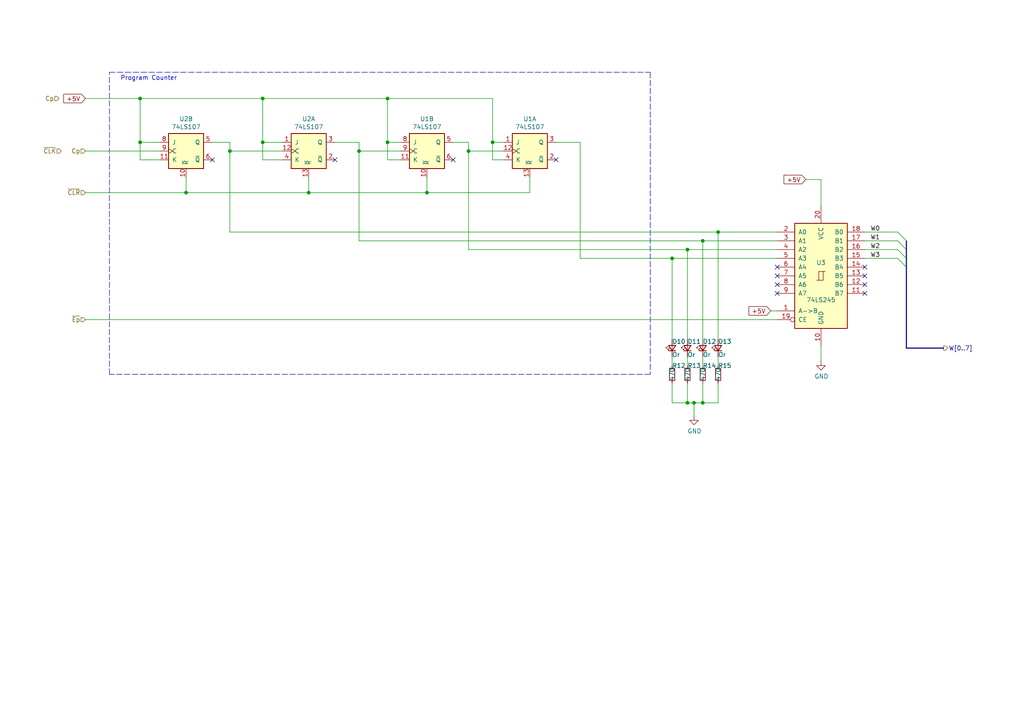
<source format=kicad_sch>
(kicad_sch (version 20211123) (generator eeschema)

  (uuid c234fb00-82ae-4abf-a44e-b3dac3c27df0)

  (paper "A4")

  (lib_symbols
    (symbol "74xx:74LS107" (pin_names (offset 1.016)) (in_bom yes) (on_board yes)
      (property "Reference" "U" (id 0) (at -7.62 8.89 0)
        (effects (font (size 1.27 1.27)))
      )
      (property "Value" "74LS107" (id 1) (at -7.62 -8.89 0)
        (effects (font (size 1.27 1.27)))
      )
      (property "Footprint" "" (id 2) (at 0 0 0)
        (effects (font (size 1.27 1.27)) hide)
      )
      (property "Datasheet" "http://www.ti.com/lit/gpn/sn74LS107" (id 3) (at 0 0 0)
        (effects (font (size 1.27 1.27)) hide)
      )
      (property "ki_locked" "" (id 4) (at 0 0 0)
        (effects (font (size 1.27 1.27)))
      )
      (property "ki_keywords" "TTL JK" (id 5) (at 0 0 0)
        (effects (font (size 1.27 1.27)) hide)
      )
      (property "ki_description" "Dual JK Flip-Flop, reset" (id 6) (at 0 0 0)
        (effects (font (size 1.27 1.27)) hide)
      )
      (property "ki_fp_filters" "DIP*W7.62mm*" (id 7) (at 0 0 0)
        (effects (font (size 1.27 1.27)) hide)
      )
      (symbol "74LS107_1_0"
        (pin input line (at -7.62 2.54 0) (length 2.54)
          (name "J" (effects (font (size 1.27 1.27))))
          (number "1" (effects (font (size 1.27 1.27))))
        )
        (pin input clock (at -7.62 0 0) (length 2.54)
          (name "C" (effects (font (size 1.27 1.27))))
          (number "12" (effects (font (size 1.27 1.27))))
        )
        (pin input line (at 0 -7.62 90) (length 2.54)
          (name "~{R}" (effects (font (size 1.27 1.27))))
          (number "13" (effects (font (size 1.27 1.27))))
        )
        (pin output line (at 7.62 -2.54 180) (length 2.54)
          (name "~{Q}" (effects (font (size 1.27 1.27))))
          (number "2" (effects (font (size 1.27 1.27))))
        )
        (pin output line (at 7.62 2.54 180) (length 2.54)
          (name "Q" (effects (font (size 1.27 1.27))))
          (number "3" (effects (font (size 1.27 1.27))))
        )
        (pin input line (at -7.62 -2.54 0) (length 2.54)
          (name "K" (effects (font (size 1.27 1.27))))
          (number "4" (effects (font (size 1.27 1.27))))
        )
      )
      (symbol "74LS107_1_1"
        (rectangle (start -5.08 5.08) (end 5.08 -5.08)
          (stroke (width 0.254) (type default) (color 0 0 0 0))
          (fill (type background))
        )
      )
      (symbol "74LS107_2_0"
        (pin input line (at 0 -7.62 90) (length 2.54)
          (name "~{R}" (effects (font (size 1.27 1.27))))
          (number "10" (effects (font (size 1.27 1.27))))
        )
        (pin input line (at -7.62 -2.54 0) (length 2.54)
          (name "K" (effects (font (size 1.27 1.27))))
          (number "11" (effects (font (size 1.27 1.27))))
        )
        (pin output line (at 7.62 2.54 180) (length 2.54)
          (name "Q" (effects (font (size 1.27 1.27))))
          (number "5" (effects (font (size 1.27 1.27))))
        )
        (pin output line (at 7.62 -2.54 180) (length 2.54)
          (name "~{Q}" (effects (font (size 1.27 1.27))))
          (number "6" (effects (font (size 1.27 1.27))))
        )
        (pin input line (at -7.62 2.54 0) (length 2.54)
          (name "J" (effects (font (size 1.27 1.27))))
          (number "8" (effects (font (size 1.27 1.27))))
        )
        (pin input clock (at -7.62 0 0) (length 2.54)
          (name "C" (effects (font (size 1.27 1.27))))
          (number "9" (effects (font (size 1.27 1.27))))
        )
      )
      (symbol "74LS107_2_1"
        (rectangle (start -5.08 5.08) (end 5.08 -5.08)
          (stroke (width 0.254) (type default) (color 0 0 0 0))
          (fill (type background))
        )
      )
      (symbol "74LS107_3_0"
        (pin power_in line (at 0 10.16 270) (length 2.54)
          (name "VCC" (effects (font (size 1.27 1.27))))
          (number "14" (effects (font (size 1.27 1.27))))
        )
        (pin power_in line (at 0 -10.16 90) (length 2.54)
          (name "GND" (effects (font (size 1.27 1.27))))
          (number "7" (effects (font (size 1.27 1.27))))
        )
      )
      (symbol "74LS107_3_1"
        (rectangle (start -5.08 7.62) (end 5.08 -7.62)
          (stroke (width 0.254) (type default) (color 0 0 0 0))
          (fill (type background))
        )
      )
    )
    (symbol "74xx:74LS245" (pin_names (offset 1.016)) (in_bom yes) (on_board yes)
      (property "Reference" "U" (id 0) (at -7.62 16.51 0)
        (effects (font (size 1.27 1.27)))
      )
      (property "Value" "74LS245" (id 1) (at -7.62 -16.51 0)
        (effects (font (size 1.27 1.27)))
      )
      (property "Footprint" "" (id 2) (at 0 0 0)
        (effects (font (size 1.27 1.27)) hide)
      )
      (property "Datasheet" "http://www.ti.com/lit/gpn/sn74LS245" (id 3) (at 0 0 0)
        (effects (font (size 1.27 1.27)) hide)
      )
      (property "ki_locked" "" (id 4) (at 0 0 0)
        (effects (font (size 1.27 1.27)))
      )
      (property "ki_keywords" "TTL BUS 3State" (id 5) (at 0 0 0)
        (effects (font (size 1.27 1.27)) hide)
      )
      (property "ki_description" "Octal BUS Transceivers, 3-State outputs" (id 6) (at 0 0 0)
        (effects (font (size 1.27 1.27)) hide)
      )
      (property "ki_fp_filters" "DIP?20*" (id 7) (at 0 0 0)
        (effects (font (size 1.27 1.27)) hide)
      )
      (symbol "74LS245_1_0"
        (polyline
          (pts
            (xy -0.635 -1.27)
            (xy -0.635 1.27)
            (xy 0.635 1.27)
          )
          (stroke (width 0) (type default) (color 0 0 0 0))
          (fill (type none))
        )
        (polyline
          (pts
            (xy -1.27 -1.27)
            (xy 0.635 -1.27)
            (xy 0.635 1.27)
            (xy 1.27 1.27)
          )
          (stroke (width 0) (type default) (color 0 0 0 0))
          (fill (type none))
        )
        (pin input line (at -12.7 -10.16 0) (length 5.08)
          (name "A->B" (effects (font (size 1.27 1.27))))
          (number "1" (effects (font (size 1.27 1.27))))
        )
        (pin power_in line (at 0 -20.32 90) (length 5.08)
          (name "GND" (effects (font (size 1.27 1.27))))
          (number "10" (effects (font (size 1.27 1.27))))
        )
        (pin tri_state line (at 12.7 -5.08 180) (length 5.08)
          (name "B7" (effects (font (size 1.27 1.27))))
          (number "11" (effects (font (size 1.27 1.27))))
        )
        (pin tri_state line (at 12.7 -2.54 180) (length 5.08)
          (name "B6" (effects (font (size 1.27 1.27))))
          (number "12" (effects (font (size 1.27 1.27))))
        )
        (pin tri_state line (at 12.7 0 180) (length 5.08)
          (name "B5" (effects (font (size 1.27 1.27))))
          (number "13" (effects (font (size 1.27 1.27))))
        )
        (pin tri_state line (at 12.7 2.54 180) (length 5.08)
          (name "B4" (effects (font (size 1.27 1.27))))
          (number "14" (effects (font (size 1.27 1.27))))
        )
        (pin tri_state line (at 12.7 5.08 180) (length 5.08)
          (name "B3" (effects (font (size 1.27 1.27))))
          (number "15" (effects (font (size 1.27 1.27))))
        )
        (pin tri_state line (at 12.7 7.62 180) (length 5.08)
          (name "B2" (effects (font (size 1.27 1.27))))
          (number "16" (effects (font (size 1.27 1.27))))
        )
        (pin tri_state line (at 12.7 10.16 180) (length 5.08)
          (name "B1" (effects (font (size 1.27 1.27))))
          (number "17" (effects (font (size 1.27 1.27))))
        )
        (pin tri_state line (at 12.7 12.7 180) (length 5.08)
          (name "B0" (effects (font (size 1.27 1.27))))
          (number "18" (effects (font (size 1.27 1.27))))
        )
        (pin input inverted (at -12.7 -12.7 0) (length 5.08)
          (name "CE" (effects (font (size 1.27 1.27))))
          (number "19" (effects (font (size 1.27 1.27))))
        )
        (pin tri_state line (at -12.7 12.7 0) (length 5.08)
          (name "A0" (effects (font (size 1.27 1.27))))
          (number "2" (effects (font (size 1.27 1.27))))
        )
        (pin power_in line (at 0 20.32 270) (length 5.08)
          (name "VCC" (effects (font (size 1.27 1.27))))
          (number "20" (effects (font (size 1.27 1.27))))
        )
        (pin tri_state line (at -12.7 10.16 0) (length 5.08)
          (name "A1" (effects (font (size 1.27 1.27))))
          (number "3" (effects (font (size 1.27 1.27))))
        )
        (pin tri_state line (at -12.7 7.62 0) (length 5.08)
          (name "A2" (effects (font (size 1.27 1.27))))
          (number "4" (effects (font (size 1.27 1.27))))
        )
        (pin tri_state line (at -12.7 5.08 0) (length 5.08)
          (name "A3" (effects (font (size 1.27 1.27))))
          (number "5" (effects (font (size 1.27 1.27))))
        )
        (pin tri_state line (at -12.7 2.54 0) (length 5.08)
          (name "A4" (effects (font (size 1.27 1.27))))
          (number "6" (effects (font (size 1.27 1.27))))
        )
        (pin tri_state line (at -12.7 0 0) (length 5.08)
          (name "A5" (effects (font (size 1.27 1.27))))
          (number "7" (effects (font (size 1.27 1.27))))
        )
        (pin tri_state line (at -12.7 -2.54 0) (length 5.08)
          (name "A6" (effects (font (size 1.27 1.27))))
          (number "8" (effects (font (size 1.27 1.27))))
        )
        (pin tri_state line (at -12.7 -5.08 0) (length 5.08)
          (name "A7" (effects (font (size 1.27 1.27))))
          (number "9" (effects (font (size 1.27 1.27))))
        )
      )
      (symbol "74LS245_1_1"
        (rectangle (start -7.62 15.24) (end 7.62 -15.24)
          (stroke (width 0.254) (type default) (color 0 0 0 0))
          (fill (type background))
        )
      )
    )
    (symbol "Device:LED_Small" (pin_numbers hide) (pin_names (offset 0.254) hide) (in_bom yes) (on_board yes)
      (property "Reference" "D" (id 0) (at -1.27 3.175 0)
        (effects (font (size 1.27 1.27)) (justify left))
      )
      (property "Value" "LED_Small" (id 1) (at -4.445 -2.54 0)
        (effects (font (size 1.27 1.27)) (justify left))
      )
      (property "Footprint" "" (id 2) (at 0 0 90)
        (effects (font (size 1.27 1.27)) hide)
      )
      (property "Datasheet" "~" (id 3) (at 0 0 90)
        (effects (font (size 1.27 1.27)) hide)
      )
      (property "ki_keywords" "LED diode light-emitting-diode" (id 4) (at 0 0 0)
        (effects (font (size 1.27 1.27)) hide)
      )
      (property "ki_description" "Light emitting diode, small symbol" (id 5) (at 0 0 0)
        (effects (font (size 1.27 1.27)) hide)
      )
      (property "ki_fp_filters" "LED* LED_SMD:* LED_THT:*" (id 6) (at 0 0 0)
        (effects (font (size 1.27 1.27)) hide)
      )
      (symbol "LED_Small_0_1"
        (polyline
          (pts
            (xy -0.762 -1.016)
            (xy -0.762 1.016)
          )
          (stroke (width 0.254) (type default) (color 0 0 0 0))
          (fill (type none))
        )
        (polyline
          (pts
            (xy 1.016 0)
            (xy -0.762 0)
          )
          (stroke (width 0) (type default) (color 0 0 0 0))
          (fill (type none))
        )
        (polyline
          (pts
            (xy 0.762 -1.016)
            (xy -0.762 0)
            (xy 0.762 1.016)
            (xy 0.762 -1.016)
          )
          (stroke (width 0.254) (type default) (color 0 0 0 0))
          (fill (type none))
        )
        (polyline
          (pts
            (xy 0 0.762)
            (xy -0.508 1.27)
            (xy -0.254 1.27)
            (xy -0.508 1.27)
            (xy -0.508 1.016)
          )
          (stroke (width 0) (type default) (color 0 0 0 0))
          (fill (type none))
        )
        (polyline
          (pts
            (xy 0.508 1.27)
            (xy 0 1.778)
            (xy 0.254 1.778)
            (xy 0 1.778)
            (xy 0 1.524)
          )
          (stroke (width 0) (type default) (color 0 0 0 0))
          (fill (type none))
        )
      )
      (symbol "LED_Small_1_1"
        (pin passive line (at -2.54 0 0) (length 1.778)
          (name "K" (effects (font (size 1.27 1.27))))
          (number "1" (effects (font (size 1.27 1.27))))
        )
        (pin passive line (at 2.54 0 180) (length 1.778)
          (name "A" (effects (font (size 1.27 1.27))))
          (number "2" (effects (font (size 1.27 1.27))))
        )
      )
    )
    (symbol "Device:R_Small" (pin_numbers hide) (pin_names (offset 0.254) hide) (in_bom yes) (on_board yes)
      (property "Reference" "R" (id 0) (at 0.762 0.508 0)
        (effects (font (size 1.27 1.27)) (justify left))
      )
      (property "Value" "R_Small" (id 1) (at 0.762 -1.016 0)
        (effects (font (size 1.27 1.27)) (justify left))
      )
      (property "Footprint" "" (id 2) (at 0 0 0)
        (effects (font (size 1.27 1.27)) hide)
      )
      (property "Datasheet" "~" (id 3) (at 0 0 0)
        (effects (font (size 1.27 1.27)) hide)
      )
      (property "ki_keywords" "R resistor" (id 4) (at 0 0 0)
        (effects (font (size 1.27 1.27)) hide)
      )
      (property "ki_description" "Resistor, small symbol" (id 5) (at 0 0 0)
        (effects (font (size 1.27 1.27)) hide)
      )
      (property "ki_fp_filters" "R_*" (id 6) (at 0 0 0)
        (effects (font (size 1.27 1.27)) hide)
      )
      (symbol "R_Small_0_1"
        (rectangle (start -0.762 1.778) (end 0.762 -1.778)
          (stroke (width 0.2032) (type default) (color 0 0 0 0))
          (fill (type none))
        )
      )
      (symbol "R_Small_1_1"
        (pin passive line (at 0 2.54 270) (length 0.762)
          (name "~" (effects (font (size 1.27 1.27))))
          (number "1" (effects (font (size 1.27 1.27))))
        )
        (pin passive line (at 0 -2.54 90) (length 0.762)
          (name "~" (effects (font (size 1.27 1.27))))
          (number "2" (effects (font (size 1.27 1.27))))
        )
      )
    )
    (symbol "power:GND" (power) (pin_names (offset 0)) (in_bom yes) (on_board yes)
      (property "Reference" "#PWR" (id 0) (at 0 -6.35 0)
        (effects (font (size 1.27 1.27)) hide)
      )
      (property "Value" "GND" (id 1) (at 0 -3.81 0)
        (effects (font (size 1.27 1.27)))
      )
      (property "Footprint" "" (id 2) (at 0 0 0)
        (effects (font (size 1.27 1.27)) hide)
      )
      (property "Datasheet" "" (id 3) (at 0 0 0)
        (effects (font (size 1.27 1.27)) hide)
      )
      (property "ki_keywords" "power-flag" (id 4) (at 0 0 0)
        (effects (font (size 1.27 1.27)) hide)
      )
      (property "ki_description" "Power symbol creates a global label with name \"GND\" , ground" (id 5) (at 0 0 0)
        (effects (font (size 1.27 1.27)) hide)
      )
      (symbol "GND_0_1"
        (polyline
          (pts
            (xy 0 0)
            (xy 0 -1.27)
            (xy 1.27 -1.27)
            (xy 0 -2.54)
            (xy -1.27 -1.27)
            (xy 0 -1.27)
          )
          (stroke (width 0) (type default) (color 0 0 0 0))
          (fill (type none))
        )
      )
      (symbol "GND_1_1"
        (pin power_in line (at 0 0 270) (length 0) hide
          (name "GND" (effects (font (size 1.27 1.27))))
          (number "1" (effects (font (size 1.27 1.27))))
        )
      )
    )
  )

  (junction (at 104.14 43.815) (diameter 0) (color 0 0 0 0)
    (uuid 01b45e74-6380-4d5f-bdf3-7809a6937a92)
  )
  (junction (at 40.64 28.575) (diameter 0) (color 0 0 0 0)
    (uuid 0a7d449d-67af-45b7-be58-537ea29f930f)
  )
  (junction (at 40.64 41.275) (diameter 0) (color 0 0 0 0)
    (uuid 1fbe902b-9fb6-489e-adeb-afa5e87a0230)
  )
  (junction (at 66.675 43.815) (diameter 0) (color 0 0 0 0)
    (uuid 2e554665-52b4-4dd3-9467-1fb1bc006635)
  )
  (junction (at 53.975 55.88) (diameter 0) (color 0 0 0 0)
    (uuid 35dd49c1-2e8c-439a-af35-62c0bbb95f7c)
  )
  (junction (at 76.2 41.275) (diameter 0) (color 0 0 0 0)
    (uuid 3c2a7910-8512-4f34-8ecc-7dd02450c79f)
  )
  (junction (at 89.535 55.88) (diameter 0) (color 0 0 0 0)
    (uuid 4afc42bd-ab3f-4845-93de-d65f018d6f11)
  )
  (junction (at 203.835 69.85) (diameter 0) (color 0 0 0 0)
    (uuid 5667dfb3-cd24-4977-bc51-c8c9ea9f2b23)
  )
  (junction (at 123.825 55.88) (diameter 0) (color 0 0 0 0)
    (uuid 5bb8e9cc-3329-4b42-80c0-b61ff18b7973)
  )
  (junction (at 76.2 28.575) (diameter 0) (color 0 0 0 0)
    (uuid 64ff2ccd-036e-4684-a0fe-ca4a454b5656)
  )
  (junction (at 194.945 74.93) (diameter 0) (color 0 0 0 0)
    (uuid 7331d8d5-d47d-46cd-add2-bb2f9c11ce75)
  )
  (junction (at 201.295 116.84) (diameter 0) (color 0 0 0 0)
    (uuid 939dee61-72d5-46f3-abcf-e58e196031fd)
  )
  (junction (at 199.39 116.84) (diameter 0) (color 0 0 0 0)
    (uuid aafe1c00-a99a-407c-ae1f-9e56a3c2cafe)
  )
  (junction (at 142.875 41.275) (diameter 0) (color 0 0 0 0)
    (uuid abe90413-abb6-4e84-b1e6-8669031704a6)
  )
  (junction (at 135.89 43.815) (diameter 0) (color 0 0 0 0)
    (uuid cce9aa58-6ad3-40e6-b91c-1723d59ed56a)
  )
  (junction (at 112.395 28.575) (diameter 0) (color 0 0 0 0)
    (uuid dd6257d6-fcc5-42b3-b49d-1666cd7d3d3a)
  )
  (junction (at 203.835 116.84) (diameter 0) (color 0 0 0 0)
    (uuid e23b3cf1-eade-4ad7-b908-db044c799d41)
  )
  (junction (at 208.28 67.31) (diameter 0) (color 0 0 0 0)
    (uuid e3716e7c-b0a0-4d4e-a59a-27ad6a3f7c3d)
  )
  (junction (at 112.395 41.275) (diameter 0) (color 0 0 0 0)
    (uuid f1da1d27-530d-434f-a425-508bf14f87e0)
  )
  (junction (at 199.39 72.39) (diameter 0) (color 0 0 0 0)
    (uuid fdd885d0-72d8-424b-a252-e5e027fe6b47)
  )

  (no_connect (at 225.425 80.01) (uuid 052302d3-ed66-4d71-9d1c-44bdeab9f91d))
  (no_connect (at 250.825 85.09) (uuid 0b7c1dd2-4b10-40de-8bc4-ce5b682b7fa6))
  (no_connect (at 131.445 46.355) (uuid 14afaf9e-8d10-440d-b137-75a5f5b9661a))
  (no_connect (at 250.825 77.47) (uuid 2b2ed32f-a4c4-404b-aa42-c479f4639713))
  (no_connect (at 225.425 85.09) (uuid 852b82ce-9f1a-47b5-bff7-1c184339c5ae))
  (no_connect (at 97.155 46.355) (uuid 88810534-6258-441f-b881-772270709a10))
  (no_connect (at 61.595 46.355) (uuid a0e27788-ff76-4893-bd6b-39b2e1ff1ecf))
  (no_connect (at 225.425 82.55) (uuid b942c37c-1811-4924-b3bc-5ca80773eab2))
  (no_connect (at 250.825 82.55) (uuid bc78d631-9e21-427f-9390-ce8ce1eaf19c))
  (no_connect (at 225.425 77.47) (uuid c8c98966-b754-44da-8178-cb97bc84253a))
  (no_connect (at 250.825 80.01) (uuid df055936-2b6b-4906-9c38-7e32e0e0cccf))
  (no_connect (at 161.29 46.355) (uuid fc3dbb14-6db3-48a0-a738-cce01554ad7f))

  (bus_entry (at 260.35 72.39) (size 2.54 2.54)
    (stroke (width 0) (type default) (color 0 0 0 0))
    (uuid 547dd1f0-7ca2-45d5-99c0-ac22818f5cb4)
  )
  (bus_entry (at 260.35 69.85) (size 2.54 2.54)
    (stroke (width 0) (type default) (color 0 0 0 0))
    (uuid 6373f1e4-8f49-4f37-9851-b678689747cc)
  )
  (bus_entry (at 260.35 74.93) (size 2.54 2.54)
    (stroke (width 0) (type default) (color 0 0 0 0))
    (uuid cc4aa969-94b5-4803-bf49-f046295eaa0f)
  )
  (bus_entry (at 260.35 67.31) (size 2.54 2.54)
    (stroke (width 0) (type default) (color 0 0 0 0))
    (uuid e0d9c968-72c0-4163-9efc-0ca9fc340512)
  )

  (polyline (pts (xy 31.75 20.955) (xy 188.595 20.955))
    (stroke (width 0) (type default) (color 0 0 0 0))
    (uuid 06d6b10b-f2a0-4360-bdb6-1b4ed86d78ef)
  )

  (wire (pts (xy 40.64 28.575) (xy 76.2 28.575))
    (stroke (width 0) (type default) (color 0 0 0 0))
    (uuid 0795df36-655b-4900-87b4-2b2987da2905)
  )
  (wire (pts (xy 199.39 116.84) (xy 201.295 116.84))
    (stroke (width 0) (type default) (color 0 0 0 0))
    (uuid 0a1b19bd-cf04-4e2b-9561-a48d8b4494f0)
  )
  (wire (pts (xy 201.295 116.84) (xy 201.295 120.65))
    (stroke (width 0) (type default) (color 0 0 0 0))
    (uuid 0b73407d-2315-489d-9a8f-f9857663d9b8)
  )
  (wire (pts (xy 233.68 52.07) (xy 238.125 52.07))
    (stroke (width 0) (type default) (color 0 0 0 0))
    (uuid 0cc7a0ac-7aaa-4274-a4ca-3a62822befc8)
  )
  (wire (pts (xy 142.875 46.355) (xy 142.875 41.275))
    (stroke (width 0) (type default) (color 0 0 0 0))
    (uuid 13cd757b-92aa-48a6-ac19-9111d788d0ce)
  )
  (wire (pts (xy 153.67 51.435) (xy 153.67 55.88))
    (stroke (width 0) (type default) (color 0 0 0 0))
    (uuid 143fc983-431c-4b7f-9994-781798e689c9)
  )
  (wire (pts (xy 76.2 28.575) (xy 112.395 28.575))
    (stroke (width 0) (type default) (color 0 0 0 0))
    (uuid 1496b42b-ebcd-4dd3-8650-81fc6aeb23af)
  )
  (wire (pts (xy 146.05 46.355) (xy 142.875 46.355))
    (stroke (width 0) (type default) (color 0 0 0 0))
    (uuid 1922c1f0-c7c4-48d9-9e03-cbb36f1922e8)
  )
  (wire (pts (xy 66.675 43.815) (xy 81.915 43.815))
    (stroke (width 0) (type default) (color 0 0 0 0))
    (uuid 1e42ac00-5371-47f5-8525-da95913322c4)
  )
  (wire (pts (xy 40.64 41.275) (xy 40.64 28.575))
    (stroke (width 0) (type default) (color 0 0 0 0))
    (uuid 20fbee13-8d0f-4473-911b-12b71ecc86c3)
  )
  (wire (pts (xy 203.835 111.125) (xy 203.835 116.84))
    (stroke (width 0) (type default) (color 0 0 0 0))
    (uuid 2270c743-7c6a-492d-99a8-ec933fa1dfce)
  )
  (wire (pts (xy 123.825 51.435) (xy 123.825 55.88))
    (stroke (width 0) (type default) (color 0 0 0 0))
    (uuid 24eee3b6-acfe-41c6-82d9-93b93b9754b8)
  )
  (wire (pts (xy 203.835 69.85) (xy 203.835 98.425))
    (stroke (width 0) (type default) (color 0 0 0 0))
    (uuid 2b789b9d-b51f-4797-bb4f-f9d486515e42)
  )
  (wire (pts (xy 112.395 28.575) (xy 142.875 28.575))
    (stroke (width 0) (type default) (color 0 0 0 0))
    (uuid 3072f2da-33e5-4c54-ba69-f605761cdba1)
  )
  (wire (pts (xy 97.155 41.275) (xy 104.14 41.275))
    (stroke (width 0) (type default) (color 0 0 0 0))
    (uuid 3438f3e3-5a67-4dfb-8196-d29b8646e171)
  )
  (wire (pts (xy 194.945 74.93) (xy 225.425 74.93))
    (stroke (width 0) (type default) (color 0 0 0 0))
    (uuid 348949a9-a736-4bb2-be8c-214f0c05f33c)
  )
  (wire (pts (xy 225.425 92.71) (xy 24.765 92.71))
    (stroke (width 0) (type default) (color 0 0 0 0))
    (uuid 3830ad9a-f5a3-44f9-893f-6fa9bb325610)
  )
  (wire (pts (xy 201.295 116.84) (xy 203.835 116.84))
    (stroke (width 0) (type default) (color 0 0 0 0))
    (uuid 3aa58125-8d84-42a0-b6f9-0dde4f7eb718)
  )
  (wire (pts (xy 61.595 41.275) (xy 66.675 41.275))
    (stroke (width 0) (type default) (color 0 0 0 0))
    (uuid 3b06e8d5-b17c-4423-b76e-9416fa08cb96)
  )
  (wire (pts (xy 161.29 41.275) (xy 168.275 41.275))
    (stroke (width 0) (type default) (color 0 0 0 0))
    (uuid 3ca305af-c9b5-459d-bb3e-6040c9da05fd)
  )
  (wire (pts (xy 135.89 41.275) (xy 135.89 43.815))
    (stroke (width 0) (type default) (color 0 0 0 0))
    (uuid 3cfa4cdd-5abe-4b03-94a1-325ad2fb3d79)
  )
  (wire (pts (xy 208.28 67.31) (xy 225.425 67.31))
    (stroke (width 0) (type default) (color 0 0 0 0))
    (uuid 3d6acc1c-03c7-465b-94d9-f1536816e94a)
  )
  (wire (pts (xy 223.52 90.17) (xy 225.425 90.17))
    (stroke (width 0) (type default) (color 0 0 0 0))
    (uuid 400d12cb-c810-417c-a7b3-46e598797738)
  )
  (wire (pts (xy 199.39 98.425) (xy 199.39 72.39))
    (stroke (width 0) (type default) (color 0 0 0 0))
    (uuid 42116a12-7f99-4c7f-b3eb-581e5237eed1)
  )
  (wire (pts (xy 24.765 43.815) (xy 46.355 43.815))
    (stroke (width 0) (type default) (color 0 0 0 0))
    (uuid 488f2ab6-c9ec-4a82-bbda-25c558a4dddb)
  )
  (wire (pts (xy 46.355 41.275) (xy 40.64 41.275))
    (stroke (width 0) (type default) (color 0 0 0 0))
    (uuid 48a735d3-8aa9-4e50-a0b5-aeb86e9ae440)
  )
  (wire (pts (xy 76.2 46.355) (xy 76.2 41.275))
    (stroke (width 0) (type default) (color 0 0 0 0))
    (uuid 49e1fe66-33eb-476d-b2c5-e116b431bb48)
  )
  (wire (pts (xy 81.915 46.355) (xy 76.2 46.355))
    (stroke (width 0) (type default) (color 0 0 0 0))
    (uuid 4c29c753-4aac-4cf8-a4a0-94bcf6409077)
  )
  (wire (pts (xy 168.275 74.93) (xy 194.945 74.93))
    (stroke (width 0) (type default) (color 0 0 0 0))
    (uuid 52efb1c7-ff75-411e-8093-3fb2486f23d2)
  )
  (wire (pts (xy 112.395 41.275) (xy 112.395 28.575))
    (stroke (width 0) (type default) (color 0 0 0 0))
    (uuid 5657e3e8-b636-49ea-8a7e-50b904d05c63)
  )
  (wire (pts (xy 66.675 43.815) (xy 66.675 67.31))
    (stroke (width 0) (type default) (color 0 0 0 0))
    (uuid 5bcc44d7-6a5f-4294-a079-7980f4c4838c)
  )
  (wire (pts (xy 89.535 51.435) (xy 89.535 55.88))
    (stroke (width 0) (type default) (color 0 0 0 0))
    (uuid 5f3298b9-d786-406f-a1b9-05abcda40575)
  )
  (polyline (pts (xy 31.75 108.585) (xy 31.75 20.955))
    (stroke (width 0) (type default) (color 0 0 0 0))
    (uuid 60f87731-505c-4b38-83a9-261ad0776f37)
  )

  (wire (pts (xy 104.14 41.275) (xy 104.14 43.815))
    (stroke (width 0) (type default) (color 0 0 0 0))
    (uuid 614ad0ec-5335-4a2c-a494-6f6506be2de3)
  )
  (wire (pts (xy 116.205 41.275) (xy 112.395 41.275))
    (stroke (width 0) (type default) (color 0 0 0 0))
    (uuid 691104b4-8327-40b0-99cc-36f8b3b928a2)
  )
  (wire (pts (xy 123.825 55.88) (xy 153.67 55.88))
    (stroke (width 0) (type default) (color 0 0 0 0))
    (uuid 6a9e5a7f-4921-4bfc-9abf-2c291de207e7)
  )
  (wire (pts (xy 53.975 51.435) (xy 53.975 55.88))
    (stroke (width 0) (type default) (color 0 0 0 0))
    (uuid 72fa2a7a-3807-4d42-b5b9-dfc940336e61)
  )
  (wire (pts (xy 168.275 41.275) (xy 168.275 74.93))
    (stroke (width 0) (type default) (color 0 0 0 0))
    (uuid 7560093a-9bb8-4df2-aa3f-434af8f458e3)
  )
  (wire (pts (xy 250.825 72.39) (xy 260.35 72.39))
    (stroke (width 0) (type default) (color 0 0 0 0))
    (uuid 77c8bcff-37b9-461e-952e-5a75d7029b3c)
  )
  (wire (pts (xy 135.89 43.815) (xy 146.05 43.815))
    (stroke (width 0) (type default) (color 0 0 0 0))
    (uuid 796b7bd0-178f-4d51-9d56-5fb4e6faa626)
  )
  (wire (pts (xy 208.28 98.425) (xy 208.28 67.31))
    (stroke (width 0) (type default) (color 0 0 0 0))
    (uuid 7a4594f3-4d3f-45d7-b2ff-20d1f9d2d97d)
  )
  (wire (pts (xy 53.975 55.88) (xy 89.535 55.88))
    (stroke (width 0) (type default) (color 0 0 0 0))
    (uuid 7f8f813c-6297-4b87-86c9-e31fac8ce3b2)
  )
  (wire (pts (xy 66.675 67.31) (xy 208.28 67.31))
    (stroke (width 0) (type default) (color 0 0 0 0))
    (uuid 885c6e2f-b9f0-44f9-85ba-af70769bf4f0)
  )
  (wire (pts (xy 194.945 103.505) (xy 194.945 106.045))
    (stroke (width 0) (type default) (color 0 0 0 0))
    (uuid 8b7a545d-8caa-402e-a09e-eff1bb82126d)
  )
  (wire (pts (xy 66.675 41.275) (xy 66.675 43.815))
    (stroke (width 0) (type default) (color 0 0 0 0))
    (uuid 8cd5c4a0-3b04-4172-89c7-b668caeb3749)
  )
  (wire (pts (xy 199.39 111.125) (xy 199.39 116.84))
    (stroke (width 0) (type default) (color 0 0 0 0))
    (uuid 9263ca7c-444b-41b3-9d12-31bebcc0d552)
  )
  (wire (pts (xy 40.64 46.355) (xy 40.64 41.275))
    (stroke (width 0) (type default) (color 0 0 0 0))
    (uuid 96ef94de-5e0c-4e5d-af37-de0014aef61a)
  )
  (wire (pts (xy 116.205 46.355) (xy 112.395 46.355))
    (stroke (width 0) (type default) (color 0 0 0 0))
    (uuid 978f4e16-f9ff-40bc-bf96-e663c8a30ae6)
  )
  (wire (pts (xy 208.28 106.045) (xy 208.28 103.505))
    (stroke (width 0) (type default) (color 0 0 0 0))
    (uuid 9a35e552-089e-4874-9557-7cdda0b3985d)
  )
  (polyline (pts (xy 188.595 108.585) (xy 31.75 108.585))
    (stroke (width 0) (type default) (color 0 0 0 0))
    (uuid 9c835f60-fa33-41df-88e4-f34dd5d0838a)
  )

  (wire (pts (xy 81.915 41.275) (xy 76.2 41.275))
    (stroke (width 0) (type default) (color 0 0 0 0))
    (uuid a1d5aac7-75af-4533-9ffb-aa607a056043)
  )
  (wire (pts (xy 104.14 43.815) (xy 116.205 43.815))
    (stroke (width 0) (type default) (color 0 0 0 0))
    (uuid a3c2101e-68d8-4ee5-a4cf-5fc1fb676846)
  )
  (wire (pts (xy 142.875 41.275) (xy 142.875 28.575))
    (stroke (width 0) (type default) (color 0 0 0 0))
    (uuid a3fb52c4-7162-40aa-b639-d5a760998d96)
  )
  (wire (pts (xy 250.825 69.85) (xy 260.35 69.85))
    (stroke (width 0) (type default) (color 0 0 0 0))
    (uuid a43cd15c-1b97-4f8c-8208-c6b32b6d2f55)
  )
  (wire (pts (xy 199.39 72.39) (xy 225.425 72.39))
    (stroke (width 0) (type default) (color 0 0 0 0))
    (uuid a56a9e69-3f95-4f53-bbc6-7f467eab526e)
  )
  (wire (pts (xy 104.14 43.815) (xy 104.14 69.85))
    (stroke (width 0) (type default) (color 0 0 0 0))
    (uuid a719d61d-f24e-43f2-bd2e-a9441566bfa2)
  )
  (wire (pts (xy 194.945 111.125) (xy 194.945 116.84))
    (stroke (width 0) (type default) (color 0 0 0 0))
    (uuid a8f1b6d0-dae0-4c33-b3a5-49ea45ae004a)
  )
  (wire (pts (xy 135.89 72.39) (xy 199.39 72.39))
    (stroke (width 0) (type default) (color 0 0 0 0))
    (uuid ad07c0e8-e268-4f84-abb1-57b298938065)
  )
  (wire (pts (xy 131.445 41.275) (xy 135.89 41.275))
    (stroke (width 0) (type default) (color 0 0 0 0))
    (uuid adc42ffa-c398-4936-bc70-e1313748e6aa)
  )
  (wire (pts (xy 46.355 46.355) (xy 40.64 46.355))
    (stroke (width 0) (type default) (color 0 0 0 0))
    (uuid b23b7f5f-bc52-4efa-97a5-ebc282a24ff1)
  )
  (wire (pts (xy 250.825 67.31) (xy 260.35 67.31))
    (stroke (width 0) (type default) (color 0 0 0 0))
    (uuid b2f2818c-657b-4bbf-85a4-d4e77fe27dc7)
  )
  (wire (pts (xy 76.2 41.275) (xy 76.2 28.575))
    (stroke (width 0) (type default) (color 0 0 0 0))
    (uuid b330de62-5868-425d-8f8c-a92450c83ed6)
  )
  (wire (pts (xy 203.835 103.505) (xy 203.835 106.045))
    (stroke (width 0) (type default) (color 0 0 0 0))
    (uuid bd3e2f4e-d7a9-4df2-b970-974ba734e46e)
  )
  (wire (pts (xy 24.765 28.575) (xy 40.64 28.575))
    (stroke (width 0) (type default) (color 0 0 0 0))
    (uuid be585fd8-b720-43eb-aeb7-f34d1207051f)
  )
  (wire (pts (xy 194.945 98.425) (xy 194.945 74.93))
    (stroke (width 0) (type default) (color 0 0 0 0))
    (uuid bf403b8c-f6a0-405a-a6fd-09e3aa64b82a)
  )
  (wire (pts (xy 135.89 43.815) (xy 135.89 72.39))
    (stroke (width 0) (type default) (color 0 0 0 0))
    (uuid c223ff5e-dc80-4388-853d-6bf542c62ceb)
  )
  (bus (pts (xy 262.89 74.93) (xy 262.89 77.47))
    (stroke (width 0) (type default) (color 0 0 0 0))
    (uuid c4916fb0-b654-41c7-aa43-3624ec9d891f)
  )

  (wire (pts (xy 89.535 55.88) (xy 123.825 55.88))
    (stroke (width 0) (type default) (color 0 0 0 0))
    (uuid d1bd5e77-4f64-4167-b653-d8956ed756a0)
  )
  (bus (pts (xy 262.89 77.47) (xy 262.89 100.965))
    (stroke (width 0) (type default) (color 0 0 0 0))
    (uuid d5596b8e-8391-4657-a93f-db0cbf048c4c)
  )

  (wire (pts (xy 24.765 55.88) (xy 53.975 55.88))
    (stroke (width 0) (type default) (color 0 0 0 0))
    (uuid db26b817-4a63-4b93-8bd3-eec57b0af37d)
  )
  (wire (pts (xy 194.945 116.84) (xy 199.39 116.84))
    (stroke (width 0) (type default) (color 0 0 0 0))
    (uuid dc3dc300-d2c8-4f1c-99fc-a95d5e40e58d)
  )
  (wire (pts (xy 203.835 69.85) (xy 225.425 69.85))
    (stroke (width 0) (type default) (color 0 0 0 0))
    (uuid ddd6000f-69a7-4ee2-8ad2-1d4c3248d491)
  )
  (polyline (pts (xy 188.595 20.955) (xy 188.595 108.585))
    (stroke (width 0) (type default) (color 0 0 0 0))
    (uuid df4f6cbe-0f87-441a-ad0a-943ac65e9fcd)
  )

  (wire (pts (xy 238.125 104.775) (xy 238.125 100.33))
    (stroke (width 0) (type default) (color 0 0 0 0))
    (uuid e0b82670-27cd-4ce2-9f97-b407cb00236f)
  )
  (bus (pts (xy 262.89 72.39) (xy 262.89 74.93))
    (stroke (width 0) (type default) (color 0 0 0 0))
    (uuid e2ce6ba0-ec7f-4d16-b336-683443d20d24)
  )

  (wire (pts (xy 208.28 116.84) (xy 208.28 111.125))
    (stroke (width 0) (type default) (color 0 0 0 0))
    (uuid e2f8ae5a-42d5-4cd0-97b1-87328ac01a80)
  )
  (wire (pts (xy 146.05 41.275) (xy 142.875 41.275))
    (stroke (width 0) (type default) (color 0 0 0 0))
    (uuid e756cc0c-cb88-4894-bbb3-2f18bf957e3f)
  )
  (bus (pts (xy 262.89 69.85) (xy 262.89 72.39))
    (stroke (width 0) (type default) (color 0 0 0 0))
    (uuid edee41c3-520a-4cbf-9025-45d65831a5bd)
  )

  (wire (pts (xy 104.14 69.85) (xy 203.835 69.85))
    (stroke (width 0) (type default) (color 0 0 0 0))
    (uuid efa50339-b443-4e79-a4ef-438a69e9eb9c)
  )
  (bus (pts (xy 262.89 100.965) (xy 273.685 100.965))
    (stroke (width 0) (type default) (color 0 0 0 0))
    (uuid f074ab65-6522-4c72-86cb-1c0ef0ef44ff)
  )

  (wire (pts (xy 238.125 52.07) (xy 238.125 59.69))
    (stroke (width 0) (type default) (color 0 0 0 0))
    (uuid f1ec749c-b571-41ff-a4b5-80a2839f5e7a)
  )
  (wire (pts (xy 203.835 116.84) (xy 208.28 116.84))
    (stroke (width 0) (type default) (color 0 0 0 0))
    (uuid f5a978ff-3883-4945-b25c-0a57b5e4b0da)
  )
  (wire (pts (xy 199.39 103.505) (xy 199.39 106.045))
    (stroke (width 0) (type default) (color 0 0 0 0))
    (uuid f77682c6-02d1-4f54-9a8e-07a2dc9bb507)
  )
  (wire (pts (xy 112.395 46.355) (xy 112.395 41.275))
    (stroke (width 0) (type default) (color 0 0 0 0))
    (uuid fa8b0531-61e5-4133-bdbc-c69d53b1cabb)
  )
  (wire (pts (xy 250.825 74.93) (xy 260.35 74.93))
    (stroke (width 0) (type default) (color 0 0 0 0))
    (uuid fb14f9e7-3d70-402a-a9dd-72c2aa9fa2d9)
  )

  (text "Program Counter" (at 34.925 23.495 0)
    (effects (font (size 1.27 1.27)) (justify left bottom))
    (uuid 8f1d4e4d-425c-42c4-82b2-d7ef507cd120)
  )

  (label "W3" (at 255.27 74.93 180)
    (effects (font (size 1.27 1.27)) (justify right bottom))
    (uuid 0a260aec-e860-4b4d-8b0e-8242321ce30c)
  )
  (label "W1" (at 255.27 69.85 180)
    (effects (font (size 1.27 1.27)) (justify right bottom))
    (uuid 18b3ae55-78ee-491e-a340-2f1689931a3b)
  )
  (label "W2" (at 255.27 72.39 180)
    (effects (font (size 1.27 1.27)) (justify right bottom))
    (uuid c730edbf-c4d2-4a97-ad5d-48aa816e8844)
  )
  (label "W0" (at 255.27 67.31 180)
    (effects (font (size 1.27 1.27)) (justify right bottom))
    (uuid d15bb516-9b92-4dba-9fce-82769a2187d2)
  )

  (global_label "+5V" (shape input) (at 24.765 28.575 180) (fields_autoplaced)
    (effects (font (size 1.27 1.27)) (justify right))
    (uuid 427d3bee-6ef3-4284-9587-2b794ff8e72a)
    (property "Intersheet References" "${INTERSHEET_REFS}" (id 0) (at -208.915 -23.495 0)
      (effects (font (size 1.27 1.27)) hide)
    )
  )
  (global_label "+5V" (shape input) (at 233.68 52.07 180) (fields_autoplaced)
    (effects (font (size 1.27 1.27)) (justify right))
    (uuid 65c95ed0-632c-45fd-a727-600e56a2d035)
    (property "Intersheet References" "${INTERSHEET_REFS}" (id 0) (at 0 0 0)
      (effects (font (size 1.27 1.27)) hide)
    )
  )
  (global_label "+5V" (shape input) (at 223.52 90.17 180) (fields_autoplaced)
    (effects (font (size 1.27 1.27)) (justify right))
    (uuid b188ae32-1709-4920-828a-e2a149a6d20d)
    (property "Intersheet References" "${INTERSHEET_REFS}" (id 0) (at 0 0 0)
      (effects (font (size 1.27 1.27)) hide)
    )
  )

  (hierarchical_label "~{CLR}" (shape input) (at 24.765 55.88 180)
    (effects (font (size 1.27 1.27)) (justify right))
    (uuid 01f08c7f-5e62-4cee-8fda-db96db6167cd)
  )
  (hierarchical_label "~{CLK}" (shape input) (at 17.78 43.815 180)
    (effects (font (size 1.27 1.27)) (justify right))
    (uuid 25e8b36c-0aa7-44c7-a5c5-6f114a351909)
  )
  (hierarchical_label "~{Ep}" (shape input) (at 24.765 92.71 180)
    (effects (font (size 1.27 1.27)) (justify right))
    (uuid 5d8e2bea-c3d8-42c1-b4d4-91a836e2678a)
  )
  (hierarchical_label "W[0..7]" (shape output) (at 273.685 100.965 0)
    (effects (font (size 1.27 1.27)) (justify left))
    (uuid cb662963-844e-4477-b4be-31b9d15829f0)
  )
  (hierarchical_label "Cp" (shape input) (at 24.765 43.815 180)
    (effects (font (size 1.27 1.27)) (justify right))
    (uuid cd2f5e18-5863-45a1-b4b2-9a1e7224033e)
  )
  (hierarchical_label "Cp" (shape input) (at 17.145 28.575 180)
    (effects (font (size 1.27 1.27)) (justify right))
    (uuid f071e162-9338-440d-b08b-01ced91db0fd)
  )

  (symbol (lib_id "74xx:74LS107") (at 153.67 43.815 0) (unit 1)
    (in_bom yes) (on_board yes)
    (uuid 00000000-0000-0000-0000-000061a91b3a)
    (property "Reference" "U1" (id 0) (at 153.67 34.4932 0))
    (property "Value" "74LS107" (id 1) (at 153.67 36.8046 0))
    (property "Footprint" "Package_DIP:DIP-14_W7.62mm_LongPads" (id 2) (at 153.67 43.815 0)
      (effects (font (size 1.27 1.27)) hide)
    )
    (property "Datasheet" "http://www.ti.com/lit/gpn/sn74LS107" (id 3) (at 153.67 43.815 0)
      (effects (font (size 1.27 1.27)) hide)
    )
    (pin "1" (uuid dcf4d593-5d47-4513-aa15-bf487c5ac3f8))
    (pin "12" (uuid e80036a9-11df-4d5b-ae16-2cc97e10473f))
    (pin "13" (uuid 87b24b62-027a-46ad-a8f1-da8a2fe63db3))
    (pin "2" (uuid ef8c57c2-4f48-447d-a893-1af7233e5ffc))
    (pin "3" (uuid 4d84dbc2-6334-4eda-95c7-2a536f5e55af))
    (pin "4" (uuid ff575ac1-9905-43ce-948d-9bc948a366b9))
    (pin "10" (uuid 4516dee1-c992-4cf5-8757-da8eca72eda8))
    (pin "11" (uuid 6f48ef23-16a4-4b6f-a9b3-3f68af601c3d))
    (pin "5" (uuid 13c2e75e-4dec-4f0f-ab40-95e5b77068a6))
    (pin "6" (uuid 2c0a84c2-611e-4519-bcc4-9b55fbba0292))
    (pin "8" (uuid ffcaebd7-a83a-4ed6-8c3c-20a2bc6f0586))
    (pin "9" (uuid 3bed84f6-1e1b-406a-89c7-f4db314303bd))
    (pin "14" (uuid 5b254433-01d4-4cd0-bb18-cc254e946a90))
    (pin "7" (uuid 2b75bf18-8ca0-472d-a713-7dd67c9bf0ea))
  )

  (symbol (lib_id "74xx:74LS107") (at 123.825 43.815 0) (unit 2)
    (in_bom yes) (on_board yes)
    (uuid 00000000-0000-0000-0000-000061a92180)
    (property "Reference" "U1" (id 0) (at 123.825 34.4932 0))
    (property "Value" "74LS107" (id 1) (at 123.825 36.8046 0))
    (property "Footprint" "Package_DIP:DIP-14_W7.62mm_LongPads" (id 2) (at 123.825 43.815 0)
      (effects (font (size 1.27 1.27)) hide)
    )
    (property "Datasheet" "http://www.ti.com/lit/gpn/sn74LS107" (id 3) (at 123.825 43.815 0)
      (effects (font (size 1.27 1.27)) hide)
    )
    (pin "1" (uuid 9864aef2-1da9-4cb2-828b-e0df8534a1cb))
    (pin "12" (uuid f00f2535-a553-45d8-bbbd-a42de996030e))
    (pin "13" (uuid 842a464b-f156-470e-9708-ece519dbc59d))
    (pin "2" (uuid 2457f54a-6794-4581-9ae3-e0823b40d0aa))
    (pin "3" (uuid 1bb339c2-d63c-4e23-85bf-593e58e78e1f))
    (pin "4" (uuid 77419c7d-636b-4ce4-ba44-9c34d25387f6))
    (pin "10" (uuid f4578925-d124-44de-bd3e-e763cd20c990))
    (pin "11" (uuid a4337db7-5df4-4061-874a-918abe46bf39))
    (pin "5" (uuid 20a5eec2-8bd4-484d-a85e-adeb85a3c5fa))
    (pin "6" (uuid ba568866-745f-4fc2-9a17-3fa9cb9ec77f))
    (pin "8" (uuid 1ecf6fa8-3ce8-4d17-a350-c912f2a4ae3b))
    (pin "9" (uuid 7f115f15-3dfd-4144-9a2f-682a7734adc3))
    (pin "14" (uuid 2bda3ecd-1c8f-42a7-9d6b-f879eb597506))
    (pin "7" (uuid 06b4f7c7-1188-45c3-b3ff-323fb5225942))
  )

  (symbol (lib_id "74xx:74LS107") (at 89.535 43.815 0) (unit 1)
    (in_bom yes) (on_board yes)
    (uuid 00000000-0000-0000-0000-000061a94680)
    (property "Reference" "U2" (id 0) (at 89.535 34.4932 0))
    (property "Value" "74LS107" (id 1) (at 89.535 36.8046 0))
    (property "Footprint" "Package_DIP:DIP-14_W7.62mm_LongPads" (id 2) (at 89.535 43.815 0)
      (effects (font (size 1.27 1.27)) hide)
    )
    (property "Datasheet" "http://www.ti.com/lit/gpn/sn74LS107" (id 3) (at 89.535 43.815 0)
      (effects (font (size 1.27 1.27)) hide)
    )
    (pin "1" (uuid a34c4ac1-7d7e-4168-a6b9-243ca8d38f98))
    (pin "12" (uuid 8449cb43-35b8-406b-bcea-16738386ca22))
    (pin "13" (uuid a1a0a940-89b7-4d0e-9771-1dd3599d48b4))
    (pin "2" (uuid 4951eb55-a9f0-4f19-a1f2-d4198e00eee3))
    (pin "3" (uuid 6af2afa1-528f-4c02-b85a-cd042870d72e))
    (pin "4" (uuid 1f10432b-1491-4c5e-b088-74293bf7f108))
    (pin "10" (uuid e730ae9a-e310-4cf3-9239-7205d95d3576))
    (pin "11" (uuid a3963b0f-535e-4ba5-add4-f8b3f4c69762))
    (pin "5" (uuid 4c95f694-1992-4471-9d49-78590c36b88e))
    (pin "6" (uuid 7bb8987c-bb90-4b22-89ff-0e84abb278f6))
    (pin "8" (uuid 1c0f321f-f685-4e8a-bd9c-147666546c16))
    (pin "9" (uuid c62be37e-5c77-4cfe-9e09-2b58987b49d1))
    (pin "14" (uuid cb0fc46c-76b0-49b1-bb95-9cf98de666d8))
    (pin "7" (uuid baf22482-02d0-40b1-91be-e77e934e28cc))
  )

  (symbol (lib_id "74xx:74LS107") (at 53.975 43.815 0) (unit 2)
    (in_bom yes) (on_board yes)
    (uuid 00000000-0000-0000-0000-000061a94686)
    (property "Reference" "U2" (id 0) (at 53.975 34.4932 0))
    (property "Value" "74LS107" (id 1) (at 53.975 36.8046 0))
    (property "Footprint" "Package_DIP:DIP-14_W7.62mm_LongPads" (id 2) (at 53.975 43.815 0)
      (effects (font (size 1.27 1.27)) hide)
    )
    (property "Datasheet" "http://www.ti.com/lit/gpn/sn74LS107" (id 3) (at 53.975 43.815 0)
      (effects (font (size 1.27 1.27)) hide)
    )
    (pin "1" (uuid 066f1741-dd45-495b-9340-847446388da3))
    (pin "12" (uuid 4bcef150-3f9e-4cc5-8b12-45ccd6db521d))
    (pin "13" (uuid e6470825-6ef2-41af-b33d-3ce0f936b102))
    (pin "2" (uuid 50e0f986-d74e-4015-951f-d98c5762ff79))
    (pin "3" (uuid 935f24db-db98-4fa9-8f14-095698235270))
    (pin "4" (uuid f54feacb-3e89-474b-8ccb-44d21275c486))
    (pin "10" (uuid 105fe29b-7505-406f-a537-d0bd3aea79fb))
    (pin "11" (uuid 66c50af2-72b1-42c4-a6b1-c294242ce833))
    (pin "5" (uuid 44cc3243-185f-40ba-bc92-ab4a46d5203e))
    (pin "6" (uuid 47f268bd-3939-482d-bf50-a9d24251f7fb))
    (pin "8" (uuid a224aa57-1d79-4c21-a4ff-10244bce9f7c))
    (pin "9" (uuid 322dddb5-fc86-44dd-b8c7-f64c62ab485a))
    (pin "14" (uuid 4123588b-3504-452f-9c16-84fc9c2757c1))
    (pin "7" (uuid 4358bdd7-68df-4b13-b511-6832c40154b2))
  )

  (symbol (lib_id "74xx:74LS245") (at 238.125 80.01 0) (unit 1)
    (in_bom yes) (on_board yes)
    (uuid 00000000-0000-0000-0000-000061f0766c)
    (property "Reference" "U3" (id 0) (at 238.125 76.2 0))
    (property "Value" "74LS245" (id 1) (at 238.125 86.995 0))
    (property "Footprint" "Package_DIP:DIP-20_W7.62mm_LongPads" (id 2) (at 238.125 80.01 0)
      (effects (font (size 1.27 1.27)) hide)
    )
    (property "Datasheet" "http://www.ti.com/lit/gpn/sn74LS245" (id 3) (at 238.125 80.01 0)
      (effects (font (size 1.27 1.27)) hide)
    )
    (pin "1" (uuid d71641d6-06f9-4ffe-b1a8-c4051c3d4283))
    (pin "10" (uuid 5db523db-99a2-40a4-a9cd-0c63ba23af8d))
    (pin "11" (uuid bb6473c1-73f8-410d-9224-613fa7a84d70))
    (pin "12" (uuid 47811f80-9087-49f1-a409-2f1cfea86259))
    (pin "13" (uuid 23ee19e1-79ec-4cfa-8cee-f0a72f33bcae))
    (pin "14" (uuid 1017693c-a184-4ca0-b8ad-9a21618eb824))
    (pin "15" (uuid 44e68504-284c-4113-8650-ad1ff3c679aa))
    (pin "16" (uuid 32653cfa-aee7-40e7-9dbf-d34bfb0bacb7))
    (pin "17" (uuid aca40a31-a2e3-4877-b241-22e03a27c52a))
    (pin "18" (uuid 4f8c16e9-48af-42c1-9e1c-cbaf90458e9a))
    (pin "19" (uuid 150a1e5d-0ec5-4d94-a90b-5c2e76271089))
    (pin "2" (uuid fc1318d4-cc28-44d1-84fa-dffcc8888bc3))
    (pin "20" (uuid d83dd9fb-454c-46a0-95b8-0ac1d53e3042))
    (pin "3" (uuid dee079e9-a89b-4365-9182-0a6df2ea01a6))
    (pin "4" (uuid f4c24c45-e01f-448c-9d85-551ab6e8ac1f))
    (pin "5" (uuid 49b37a43-a18e-4692-9a5c-d38a171fec15))
    (pin "6" (uuid 07253598-5ea7-4c8b-a3ee-13bd9f57e918))
    (pin "7" (uuid a1443ce8-a66c-4f06-b06d-dbff32d51914))
    (pin "8" (uuid 020f3c7b-20a5-4dde-9ea9-af4a93a2e614))
    (pin "9" (uuid 75236403-3f28-471a-ab42-6adc03942d79))
  )

  (symbol (lib_id "power:GND") (at 238.125 104.775 0) (unit 1)
    (in_bom yes) (on_board yes)
    (uuid 00000000-0000-0000-0000-000061f3427c)
    (property "Reference" "#PWR06" (id 0) (at 238.125 111.125 0)
      (effects (font (size 1.27 1.27)) hide)
    )
    (property "Value" "GND" (id 1) (at 238.252 109.1692 0))
    (property "Footprint" "" (id 2) (at 238.125 104.775 0)
      (effects (font (size 1.27 1.27)) hide)
    )
    (property "Datasheet" "" (id 3) (at 238.125 104.775 0)
      (effects (font (size 1.27 1.27)) hide)
    )
    (pin "1" (uuid 2081ded4-b0c3-49d2-a3d9-6fb885332561))
  )

  (symbol (lib_id "Device:LED_Small") (at 194.945 100.965 90) (unit 1)
    (in_bom yes) (on_board yes)
    (uuid 00000000-0000-0000-0000-00006279f874)
    (property "Reference" "D10" (id 0) (at 194.945 99.06 90)
      (effects (font (size 1.27 1.27)) (justify right))
    )
    (property "Value" "Or" (id 1) (at 194.945 102.87 90)
      (effects (font (size 1.27 1.27)) (justify right))
    )
    (property "Footprint" "LED_THT:LED_D3.0mm" (id 2) (at 194.945 100.965 90)
      (effects (font (size 1.27 1.27)) hide)
    )
    (property "Datasheet" "~" (id 3) (at 194.945 100.965 90)
      (effects (font (size 1.27 1.27)) hide)
    )
    (pin "1" (uuid 9196550d-cdfe-4872-88b0-141db516c0c7))
    (pin "2" (uuid d065f4f3-f7b8-4879-9b81-deb02f620483))
  )

  (symbol (lib_id "Device:LED_Small") (at 199.39 100.965 90) (unit 1)
    (in_bom yes) (on_board yes)
    (uuid 00000000-0000-0000-0000-0000627a0869)
    (property "Reference" "D11" (id 0) (at 199.39 99.06 90)
      (effects (font (size 1.27 1.27)) (justify right))
    )
    (property "Value" "Or" (id 1) (at 199.39 102.87 90)
      (effects (font (size 1.27 1.27)) (justify right))
    )
    (property "Footprint" "LED_THT:LED_D3.0mm" (id 2) (at 199.39 100.965 90)
      (effects (font (size 1.27 1.27)) hide)
    )
    (property "Datasheet" "~" (id 3) (at 199.39 100.965 90)
      (effects (font (size 1.27 1.27)) hide)
    )
    (pin "1" (uuid fd9c4106-7cb1-4779-a3e9-ee3ef7c73f5e))
    (pin "2" (uuid bdf25205-7e17-4f5d-aad9-d9120099d2c4))
  )

  (symbol (lib_id "Device:LED_Small") (at 203.835 100.965 90) (unit 1)
    (in_bom yes) (on_board yes)
    (uuid 00000000-0000-0000-0000-0000627a1989)
    (property "Reference" "D12" (id 0) (at 203.835 99.06 90)
      (effects (font (size 1.27 1.27)) (justify right))
    )
    (property "Value" "Or" (id 1) (at 203.835 102.87 90)
      (effects (font (size 1.27 1.27)) (justify right))
    )
    (property "Footprint" "LED_THT:LED_D3.0mm" (id 2) (at 203.835 100.965 90)
      (effects (font (size 1.27 1.27)) hide)
    )
    (property "Datasheet" "~" (id 3) (at 203.835 100.965 90)
      (effects (font (size 1.27 1.27)) hide)
    )
    (pin "1" (uuid a4f996fa-578f-4f53-b25d-680616cb11ae))
    (pin "2" (uuid 3c4ab65b-05b2-4265-8587-ae51064ddd0c))
  )

  (symbol (lib_id "Device:LED_Small") (at 208.28 100.965 90) (unit 1)
    (in_bom yes) (on_board yes)
    (uuid 00000000-0000-0000-0000-0000627a198f)
    (property "Reference" "D13" (id 0) (at 208.28 99.06 90)
      (effects (font (size 1.27 1.27)) (justify right))
    )
    (property "Value" "Or" (id 1) (at 208.28 102.87 90)
      (effects (font (size 1.27 1.27)) (justify right))
    )
    (property "Footprint" "LED_THT:LED_D3.0mm" (id 2) (at 208.28 100.965 90)
      (effects (font (size 1.27 1.27)) hide)
    )
    (property "Datasheet" "~" (id 3) (at 208.28 100.965 90)
      (effects (font (size 1.27 1.27)) hide)
    )
    (pin "1" (uuid 6d4c9d36-e13f-4532-a8b8-f148816fcd7e))
    (pin "2" (uuid 04b4901a-9f83-4164-8ed0-33bfda405491))
  )

  (symbol (lib_id "Device:R_Small") (at 194.945 108.585 0) (unit 1)
    (in_bom yes) (on_board yes)
    (uuid 00000000-0000-0000-0000-0000627a9eb9)
    (property "Reference" "R12" (id 0) (at 194.945 106.045 0)
      (effects (font (size 1.27 1.27)) (justify left))
    )
    (property "Value" "470" (id 1) (at 194.945 110.49 90)
      (effects (font (size 1.27 1.27)) (justify left))
    )
    (property "Footprint" "Resistor_SMD:R_0805_2012Metric" (id 2) (at 194.945 108.585 0)
      (effects (font (size 1.27 1.27)) hide)
    )
    (property "Datasheet" "~" (id 3) (at 194.945 108.585 0)
      (effects (font (size 1.27 1.27)) hide)
    )
    (pin "1" (uuid 824a1726-bfb9-437e-9364-b854c30ee0cf))
    (pin "2" (uuid 42475cb8-5423-4c67-bad3-0df4aad0d678))
  )

  (symbol (lib_id "Device:R_Small") (at 199.39 108.585 0) (unit 1)
    (in_bom yes) (on_board yes)
    (uuid 00000000-0000-0000-0000-0000627aac9e)
    (property "Reference" "R13" (id 0) (at 199.39 106.045 0)
      (effects (font (size 1.27 1.27)) (justify left))
    )
    (property "Value" "470" (id 1) (at 199.39 110.49 90)
      (effects (font (size 1.27 1.27)) (justify left))
    )
    (property "Footprint" "Resistor_SMD:R_0805_2012Metric" (id 2) (at 199.39 108.585 0)
      (effects (font (size 1.27 1.27)) hide)
    )
    (property "Datasheet" "~" (id 3) (at 199.39 108.585 0)
      (effects (font (size 1.27 1.27)) hide)
    )
    (pin "1" (uuid 96205179-5c0b-4356-820e-02a4eaabb7bb))
    (pin "2" (uuid d299b1e8-3e45-4eb0-a14d-2b556c198b2f))
  )

  (symbol (lib_id "Device:R_Small") (at 203.835 108.585 0) (unit 1)
    (in_bom yes) (on_board yes)
    (uuid 00000000-0000-0000-0000-0000627aaee4)
    (property "Reference" "R14" (id 0) (at 203.835 106.045 0)
      (effects (font (size 1.27 1.27)) (justify left))
    )
    (property "Value" "470" (id 1) (at 203.835 110.49 90)
      (effects (font (size 1.27 1.27)) (justify left))
    )
    (property "Footprint" "Resistor_SMD:R_0805_2012Metric" (id 2) (at 203.835 108.585 0)
      (effects (font (size 1.27 1.27)) hide)
    )
    (property "Datasheet" "~" (id 3) (at 203.835 108.585 0)
      (effects (font (size 1.27 1.27)) hide)
    )
    (pin "1" (uuid fc7fe844-beef-4262-a7a3-57740753f5a3))
    (pin "2" (uuid 098bc866-c537-404e-80c2-53873c45a16f))
  )

  (symbol (lib_id "Device:R_Small") (at 208.28 108.585 0) (unit 1)
    (in_bom yes) (on_board yes)
    (uuid 00000000-0000-0000-0000-0000627ab1c2)
    (property "Reference" "R15" (id 0) (at 208.28 106.045 0)
      (effects (font (size 1.27 1.27)) (justify left))
    )
    (property "Value" "470" (id 1) (at 208.28 110.49 90)
      (effects (font (size 1.27 1.27)) (justify left))
    )
    (property "Footprint" "Resistor_SMD:R_0805_2012Metric" (id 2) (at 208.28 108.585 0)
      (effects (font (size 1.27 1.27)) hide)
    )
    (property "Datasheet" "~" (id 3) (at 208.28 108.585 0)
      (effects (font (size 1.27 1.27)) hide)
    )
    (pin "1" (uuid 0e6ddeae-eccf-4424-a093-017bf1440ee0))
    (pin "2" (uuid b8d5f278-4cde-4269-90b0-18b5c6293dd9))
  )

  (symbol (lib_id "power:GND") (at 201.295 120.65 0) (unit 1)
    (in_bom yes) (on_board yes)
    (uuid 00000000-0000-0000-0000-0000627b2c8f)
    (property "Reference" "#PWR064" (id 0) (at 201.295 127 0)
      (effects (font (size 1.27 1.27)) hide)
    )
    (property "Value" "GND" (id 1) (at 201.422 125.0442 0))
    (property "Footprint" "" (id 2) (at 201.295 120.65 0)
      (effects (font (size 1.27 1.27)) hide)
    )
    (property "Datasheet" "" (id 3) (at 201.295 120.65 0)
      (effects (font (size 1.27 1.27)) hide)
    )
    (pin "1" (uuid 04acbed9-7591-442c-909b-d9dcc16aca77))
  )
)

</source>
